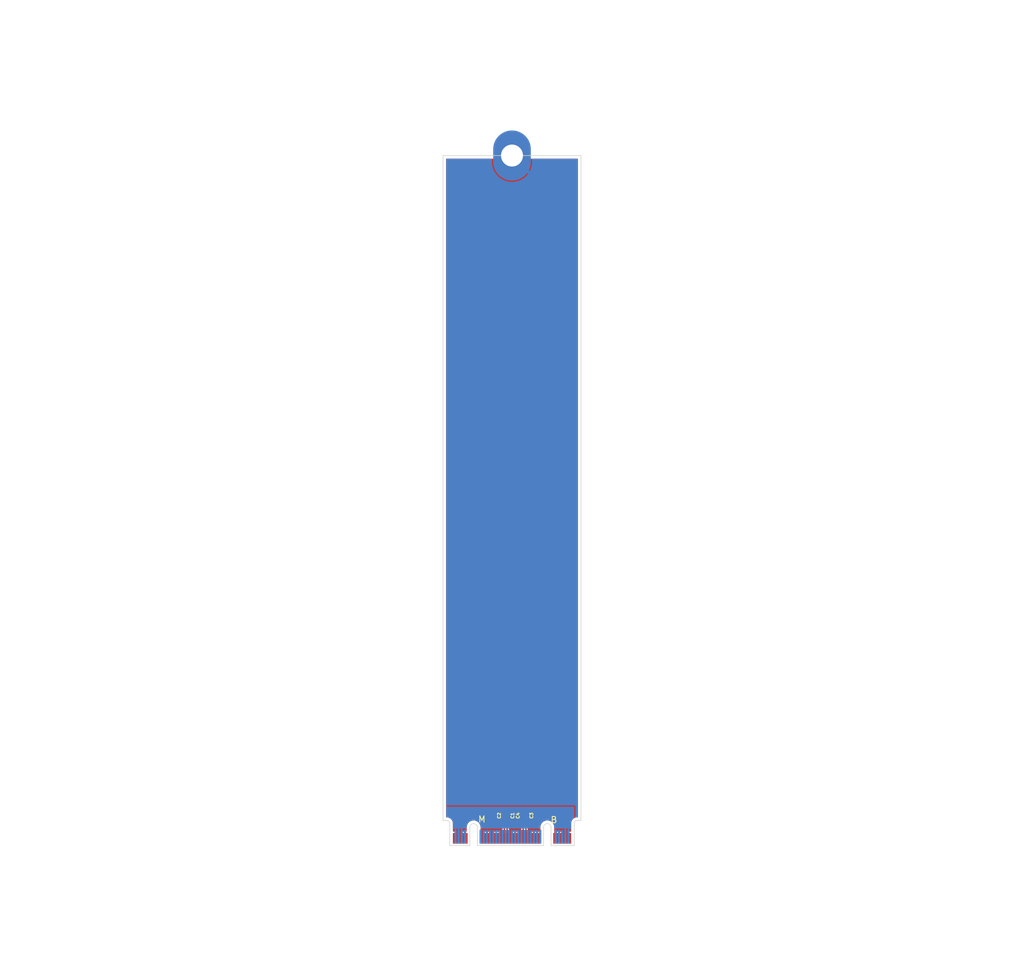
<source format=kicad_pcb>
(kicad_pcb (version 20241229) (generator "pcbnew") (generator_version "9.0")
  (layers (0 "F.Cu" signal) (2 "B.Cu" signal) (13 "F.Paste" user) (15 "B.Paste" user) (5 "F.SilkS" user "F.Silkscreen") (7 "B.SilkS" user "B.Silkscreen") (1 "F.Mask" user) (3 "B.Mask" user) (25 "Edge.Cuts" user))
  (net 0 "")
  (net 1 "/M.2 B+M Key/PET1P")
  (net 2 "/M.2 B+M Key/PET1N")
  (net 3 "/M.2 B+M Key/PET0P")
  (net 4 "/M.2 B+M Key/PET0N")
  (net 5 "/PET0+")
  (net 6 "GND")
  (net 7 "/PET0-")
  (net 8 "/PET1+")
  (net 9 "/CONFIG_3")
  (net 10 "+3.3V")
  (net 11 "/FULL_CARD_PWR_OFF#")
  (net 12 "/USB_D+")
  (net 13 "/W_DISABLE1#")
  (net 14 "/USB_D-")
  (net 15 "/GPIO_9{slash}LED#1")
  (net 16 "/GPIO_5")
  (net 17 "/CONFIG_0")
  (net 18 "/GPIO_6")
  (net 19 "/DPR")
  (net 20 "/GPIO_7")
  (net 21 "/GPIO_11")
  (net 22 "/GPIO_10")
  (net 23 "/GPIO_8")
  (net 24 "/UIM-RESET")
  (net 25 "/UIM-CLK")
  (net 26 "/UIM-DATA")
  (net 27 "/PER1-")
  (net 28 "/UIM-PWR")
  (net 29 "/PER1+")
  (net 30 "/DEVSLP")
  (net 31 "/GPIO_0")
  (net 32 "/GPIO_1")
  (net 33 "/GPIO_2")
  (net 34 "/GPIO_3")
  (net 35 "/PER0-")
  (net 36 "/GPIO_4")
  (net 37 "/PER0+")
  (net 38 "/PERST#")
  (net 39 "/CLKREQ#")
  (net 40 "/REFCLK-")
  (net 41 "/PEWAKE#")
  (net 42 "/REFCLK+")
  (net 45 "/RESET#")
  (net 46 "/SUSCLK")
  (net 47 "/CONFIG_1")
  (net 48 "/CONFIG_2")
  (net 49 "/PET1-")
  (footprint "Capacitor_SMD:C_0201_0603Metric" (layer "F.Cu") (at 109.61 154.57 90)
    (property "Reference" "C3" (at 0 0.75 90) (layer "F.SilkS") (effects (font (size 0.5 0.5))))
    (property "Value" "220nF")
    (pad "1" smd roundrect (at -0.32 0 90) (size 0.46 0.4) (layers "F.Cu" "F.Mask") (net 2 "/M.2 B+M Key/PET1N"))
    (pad "2" smd roundrect (at 0.32 0 90) (size 0.46 0.4) (layers "F.Cu" "F.Mask") (net 49 "/PET1-"))
  )
  (footprint "Athena KiCAd library:M.2 Mounting Pad" (layer "F.Cu") (at 107.26 49.34)
    (property "Reference" "H1")
    (property "Value" "MountingHole_Pad")
    (pad "1" thru_hole circle (at 0 0) (size 5.5 5.5) (drill 3.5) (property pad_prop_castellated) (layers "*.Cu" "*.Mask") (net 6 "GND") (padstack (mode front_inner_back) (layer "Inner" (shape circle) (size 5.5 5.5)) (layer "B.Cu" (shape oval) (size 6 8))))
  )
  (footprint "Capacitor_SMD:C_0201_0603Metric" (layer "F.Cu") (at 108.91 154.57 90)
    (property "Reference" "C4" (at 0 -0.71 90) (layer "F.SilkS") (effects (font (size 0.5 0.5))))
    (property "Value" "220nF")
    (pad "1" smd roundrect (at -0.32 0 90) (size 0.46 0.4) (layers "F.Cu" "F.Mask") (net 1 "/M.2 B+M Key/PET1P"))
    (pad "2" smd roundrect (at 0.32 0 90) (size 0.46 0.4) (layers "F.Cu" "F.Mask") (net 8 "/PET1+"))
  )
  (footprint "Capacitor_SMD:C_0201_0603Metric" (layer "F.Cu") (at 105.91 154.57 90)
    (property "Reference" "C2" (at 0 -0.7 90) (layer "F.SilkS") (effects (font (size 0.5 0.5))))
    (property "Value" "220nF")
    (pad "1" smd roundrect (at -0.32 0 90) (size 0.46 0.4) (layers "F.Cu" "F.Mask") (net 3 "/M.2 B+M Key/PET0P"))
    (pad "2" smd roundrect (at 0.32 0 90) (size 0.46 0.4) (layers "F.Cu" "F.Mask") (net 5 "/PET0+"))
  )
  (footprint "PCIexpress:M.2 B+M Key Connector" (layer "F.Cu") (at 107.26 158.23)
    (property "Reference" "J1")
    (property "Value" "~")
    (fp_line (start -11 -2.89) (end -10.425 -2.89) (stroke (width 0.1)) (layer "Edge.Cuts"))
    (fp_line (start -9.925 -2.39) (end -9.925 1.11) (stroke (width 0.1)) (layer "Edge.Cuts"))
    (fp_line (start -6.72 -1.79) (end -6.72 1.11) (stroke (width 0.1)) (layer "Edge.Cuts"))
    (fp_line (start -6.72 1.11) (end -9.925 1.11) (stroke (width 0.1)) (layer "Edge.Cuts"))
    (fp_line (start -5.52 -1.79) (end -5.52 1.11) (stroke (width 0.1)) (layer "Edge.Cuts"))
    (fp_line (start -5.52 1.11) (end 5.03 1.11) (stroke (width 0.1)) (layer "Edge.Cuts"))
    (fp_line (start 5.03 -1.79) (end 5.03 1.11) (stroke (width 0.1)) (layer "Edge.Cuts"))
    (fp_line (start 6.23 -1.79) (end 6.23 1.11) (stroke (width 0.1)) (layer "Edge.Cuts"))
    (fp_line (start 6.23 1.11) (end 9.925 1.11) (stroke (width 0.1)) (layer "Edge.Cuts"))
    (fp_line (start 9.925 -2.39) (end 9.925 1.11) (stroke (width 0.1)) (layer "Edge.Cuts"))
    (fp_line (start 10.425 -2.89) (end 11 -2.89) (stroke (width 0.1)) (layer "Edge.Cuts"))
    (fp_arc (start -10.425 -2.89) (mid -10.071447 -2.743553) (end -9.925 -2.39) (stroke (width 0.1)) (layer "Edge.Cuts"))
    (fp_arc (start -6.72 -1.79) (mid -6.12 -2.39) (end -5.52 -1.79) (stroke (width 0.1)) (layer "Edge.Cuts"))
    (fp_arc (start 5.03 -1.79) (mid 5.63 -2.39) (end 6.23 -1.79) (stroke (width 0.1)) (layer "Edge.Cuts"))
    (fp_arc (start 9.925 -2.39) (mid 10.071447 -2.743553) (end 10.425 -2.89) (stroke (width 0.1)) (layer "Edge.Cuts"))
    (fp_text user "M" (at -5.475 -2.49 0) (layer "F.SilkS") (effects (justify left bottom)))
    (fp_text user "B" (at 6.085 -2.395 0) (layer "F.SilkS") (effects (justify left bottom)))
    (pad "1" smd rect (at 9.25 -0.04 180) (size 0.35 1.7) (layers "F.Cu") (net 9 "/CONFIG_3"))
    (pad "2" smd rect (at 9 -0.29 180) (size 0.35 2.2) (layers "B.Cu") (net 10 "+3.3V"))
    (pad "3" smd rect (at 8.75 -0.04 180) (size 0.35 1.7) (layers "F.Cu") (net 6 "GND"))
    (pad "4" smd rect (at 8.5 -0.29 180) (size 0.35 2.2) (layers "B.Cu") (net 10 "+3.3V"))
    (pad "5" smd rect (at 8.25 -0.04 180) (size 0.35 1.7) (layers "F.Cu") (net 6 "GND"))
    (pad "6" smd rect (at 8 -0.29 180) (size 0.35 2.2) (layers "B.Cu") (net 11 "/FULL_CARD_PWR_OFF#"))
    (pad "7" smd rect (at 7.75 -0.04 180) (size 0.35 1.7) (layers "F.Cu") (net 12 "/USB_D+"))
    (pad "8" smd rect (at 7.5 -0.29 180) (size 0.35 2.2) (layers "B.Cu") (net 13 "/W_DISABLE1#"))
    (pad "9" smd rect (at 7.25 -0.04 180) (size 0.35 1.7) (layers "F.Cu") (net 14 "/USB_D-"))
    (pad "10" smd rect (at 7 -0.29 180) (size 0.35 2.2) (layers "B.Cu") (net 15 "/GPIO_9{slash}LED#1"))
    (pad "11" smd rect (at 6.75 -0.04 180) (size 0.35 1.7) (layers "F.Cu") (net 6 "GND"))
    (pad "20" smd rect (at 4.5 -0.29 180) (size 0.35 2.2) (layers "B.Cu") (net 16 "/GPIO_5"))
    (pad "21" smd rect (at 4.25 -0.04 180) (size 0.35 1.7) (layers "F.Cu") (net 17 "/CONFIG_0"))
    (pad "22" smd rect (at 4 -0.29 180) (size 0.35 2.2) (layers "B.Cu") (net 18 "/GPIO_6"))
    (pad "23" smd rect (at 3.75 -0.04 180) (size 0.35 1.7) (layers "F.Cu") (net 19 "/DPR"))
    (pad "24" smd rect (at 3.5 -0.29 180) (size 0.35 2.2) (layers "B.Cu") (net 20 "/GPIO_7"))
    (pad "25" smd rect (at 3.25 -0.04 180) (size 0.35 1.7) (layers "F.Cu") (net 21 "/GPIO_11"))
    (pad "26" smd rect (at 3 -0.29 180) (size 0.35 2.2) (layers "B.Cu") (net 22 "/GPIO_10"))
    (pad "27" smd rect (at 2.75 -0.04 180) (size 0.35 1.7) (layers "F.Cu") (net 6 "GND"))
    (pad "28" smd rect (at 2.5 -0.29 180) (size 0.35 2.2) (layers "B.Cu") (net 23 "/GPIO_8"))
    (pad "29" smd rect (at 2.25 -0.04 180) (size 0.35 1.7) (layers "F.Cu") (net 2 "/M.2 B+M Key/PET1N"))
    (pad "30" smd rect (at 2 -0.29 180) (size 0.35 2.2) (layers "B.Cu") (net 24 "/UIM-RESET"))
    (pad "31" smd rect (at 1.75 -0.04 180) (size 0.35 1.7) (layers "F.Cu") (net 1 "/M.2 B+M Key/PET1P"))
    (pad "32" smd rect (at 1.5 -0.29 180) (size 0.35 2.2) (layers "B.Cu") (net 25 "/UIM-CLK"))
    (pad "33" smd rect (at 1.25 -0.04 180) (size 0.35 1.7) (layers "F.Cu") (net 6 "GND"))
    (pad "34" smd rect (at 1 -0.29 180) (size 0.35 2.2) (layers "B.Cu") (net 26 "/UIM-DATA"))
    (pad "35" smd rect (at 0.75 -0.04 180) (size 0.35 1.7) (layers "F.Cu") (net 27 "/PER1-"))
    (pad "36" smd rect (at 0.5 -0.29 180) (size 0.35 2.2) (layers "B.Cu") (net 28 "/UIM-PWR"))
    (pad "37" smd rect (at 0.25 -0.04 180) (size 0.35 1.7) (layers "F.Cu") (net 29 "/PER1+"))
    (pad "38" smd rect (at 0 -0.29 180) (size 0.35 2.2) (layers "B.Cu") (net 30 "/DEVSLP"))
    (pad "39" smd rect (at -0.25 -0.04 180) (size 0.35 1.7) (layers "F.Cu") (net 6 "GND"))
    (pad "40" smd rect (at -0.5 -0.29 180) (size 0.35 2.2) (layers "B.Cu") (net 31 "/GPIO_0"))
    (pad "41" smd rect (at -0.75 -0.04 180) (size 0.35 1.7) (layers "F.Cu") (net 4 "/M.2 B+M Key/PET0N"))
    (pad "42" smd rect (at -1 -0.29 180) (size 0.35 2.2) (layers "B.Cu") (net 32 "/GPIO_1"))
    (pad "43" smd rect (at -1.25 -0.04 180) (size 0.35 1.7) (layers "F.Cu") (net 3 "/M.2 B+M Key/PET0P"))
    (pad "44" smd rect (at -1.5 -0.29 180) (size 0.35 2.2) (layers "B.Cu") (net 33 "/GPIO_2"))
    (pad "45" smd rect (at -1.75 -0.04 180) (size 0.35 1.7) (layers "F.Cu") (net 6 "GND"))
    (pad "46" smd rect (at -2 -0.29 180) (size 0.35 2.2) (layers "B.Cu") (net 34 "/GPIO_3"))
    (pad "47" smd rect (at -2.25 -0.04 180) (size 0.35 1.7) (layers "F.Cu") (net 35 "/PER0-"))
    (pad "48" smd rect (at -2.5 -0.29 180) (size 0.35 2.2) (layers "B.Cu") (net 36 "/GPIO_4"))
    (pad "49" smd rect (at -2.75 -0.04 180) (size 0.35 1.7) (layers "F.Cu") (net 37 "/PER0+"))
    (pad "50" smd rect (at -3 -0.29 180) (size 0.35 2.2) (layers "B.Cu") (net 38 "/PERST#"))
    (pad "51" smd rect (at -3.25 -0.04 180) (size 0.35 1.7) (layers "F.Cu") (net 6 "GND"))
    (pad "52" smd rect (at -3.5 -0.29 180) (size 0.35 2.2) (layers "B.Cu") (net 39 "/CLKREQ#"))
    (pad "53" smd rect (at -3.75 -0.04 180) (size 0.35 1.7) (layers "F.Cu") (net 40 "/REFCLK-"))
    (pad "54" smd rect (at -4 -0.29 180) (size 0.35 2.2) (layers "B.Cu") (net 41 "/PEWAKE#"))
    (pad "55" smd rect (at -4.25 -0.04 180) (size 0.35 1.7) (layers "F.Cu") (net 42 "/REFCLK+"))
    (pad "56" smd rect (at -4.5 -0.29 180) (size 0.35 2.2) (layers "B.Cu"))
    (pad "57" smd rect (at -4.75 -0.04 180) (size 0.35 1.7) (layers "F.Cu") (net 6 "GND"))
    (pad "58" smd rect (at -5 -0.29 180) (size 0.35 2.2) (layers "B.Cu"))
    (pad "67" smd rect (at -7.25 -0.04 180) (size 0.35 1.7) (layers "F.Cu") (net 45 "/RESET#"))
    (pad "68" smd rect (at -7.5 -0.29 180) (size 0.35 2.2) (layers "B.Cu") (net 46 "/SUSCLK"))
    (pad "69" smd rect (at -7.75 -0.04 180) (size 0.35 1.7) (layers "F.Cu") (net 47 "/CONFIG_1"))
    (pad "70" smd rect (at -8 -0.29 180) (size 0.35 2.2) (layers "B.Cu") (net 10 "+3.3V"))
    (pad "71" smd rect (at -8.25 -0.04 180) (size 0.35 1.7) (layers "F.Cu") (net 6 "GND"))
    (pad "72" smd rect (at -8.5 -0.29 180) (size 0.35 2.2) (layers "B.Cu") (net 10 "+3.3V"))
    (pad "73" smd rect (at -8.75 -0.04 180) (size 0.35 1.7) (layers "F.Cu") (net 6 "GND"))
    (pad "74" smd rect (at -9 -0.29 180) (size 0.35 2.2) (layers "B.Cu") (net 10 "+3.3V"))
    (pad "75" smd rect (at -9.25 -0.04 180) (size 0.35 1.7) (layers "F.Cu") (net 48 "/CONFIG_2"))
  )
  (footprint "Capacitor_SMD:C_0201_0603Metric" (layer "F.Cu") (at 106.61 154.57 90)
    (property "Reference" "C1" (at 0 0.73 90) (layer "F.SilkS") (effects (font (size 0.5 0.5))))
    (property "Value" "220nF")
    (pad "1" smd roundrect (at -0.32 0 90) (size 0.46 0.4) (layers "F.Cu" "F.Mask") (net 4 "/M.2 B+M Key/PET0N"))
    (pad "2" smd roundrect (at 0.32 0 90) (size 0.46 0.4) (layers "F.Cu" "F.Mask") (net 7 "/PET0-"))
  )
  (gr_line (start 118.26 155.34) (end 118.26 49.34) (stroke (width 0.1)) (layer "Edge.Cuts"))
  (gr_line (start 96.26 49.34) (end 96.26 155.34) (stroke (width 0.1)) (layer "Edge.Cuts"))
  (gr_line (start 118.26 49.34) (end 96.26 49.34) (stroke (width 0.1)) (layer "Edge.Cuts"))
  (segment (start 109.035 156.889999) (end 109.035 155.360001) (width 0.2) (layer "F.Cu") (net 1))
  (segment (start 109.035 155.360001) (end 108.91 155.235001) (width 0.2) (layer "F.Cu") (net 1))
  (segment (start 109.01 156.914999) (end 109.035 156.889999) (width 0.2) (layer "F.Cu") (net 1))
  (segment (start 108.91 155.235001) (end 108.91 154.89) (width 0.2) (layer "F.Cu") (net 1))
  (segment (start 109.01 158.19) (end 109.01 156.914999) (width 0.2) (layer "F.Cu") (net 1))
  (segment (start 109.61 155.235001) (end 109.61 154.89) (width 0.2) (layer "F.Cu") (net 2))
  (segment (start 109.51 158.19) (end 109.51 156.914999) (width 0.2) (layer "F.Cu") (net 2))
  (segment (start 109.485 156.889999) (end 109.485 155.360001) (width 0.2) (layer "F.Cu") (net 2))
  (segment (start 109.485 155.360001) (end 109.61 155.235001) (width 0.2) (layer "F.Cu") (net 2))
  (segment (start 109.51 156.914999) (end 109.485 156.889999) (width 0.2) (layer "F.Cu") (net 2))
  (segment (start 105.91 155.235001) (end 105.91 154.89) (width 0.2) (layer "F.Cu") (net 3))
  (segment (start 106.01 156.914999) (end 106.035 156.889999) (width 0.2) (layer "F.Cu") (net 3))
  (segment (start 106.035 156.889999) (end 106.035 155.360001) (width 0.2) (layer "F.Cu") (net 3))
  (segment (start 106.01 158.19) (end 106.01 156.914999) (width 0.2) (layer "F.Cu") (net 3))
  (segment (start 106.035 155.360001) (end 105.91 155.235001) (width 0.2) (layer "F.Cu") (net 3))
  (segment (start 106.61 155.235001) (end 106.61 154.89) (width 0.2) (layer "F.Cu") (net 4))
  (segment (start 106.51 158.19) (end 106.51 156.914999) (width 0.2) (layer "F.Cu") (net 4))
  (segment (start 106.51 156.914999) (end 106.485 156.889999) (width 0.2) (layer "F.Cu") (net 4))
  (segment (start 106.485 155.360001) (end 106.61 155.235001) (width 0.2) (layer "F.Cu") (net 4))
  (segment (start 106.485 156.889999) (end 106.485 155.360001) (width 0.2) (layer "F.Cu") (net 4))
  (zone (net 6) (net_name "GND") (layers "F.Cu" "B.Cu") (connect_pads (clearance 0.2)) (min_thickness 0.15) (fill yes (thermal_gap 0.2) (thermal_bridge_width 0.5))
    (polygon (pts (xy 122.26 157.73) (xy 122.26 49.34) (xy 92.26 49.34) (xy 92.26 157.73)))
  )
  (zone (net 10) (net_name "+3.3V") (layer "B.Cu") (priority 1) (connect_pads (clearance 0.2)) (min_thickness 0.1) (fill yes (thermal_gap 0.2) (thermal_bridge_width 0.25))
    (polygon (pts (xy 117.18 157.52) (xy 117.18 153.155) (xy 117.165 153.14) (xy 96.71 153.14) (xy 96.71 157.77) (xy 116.93 157.77)))
  )
)
</source>
